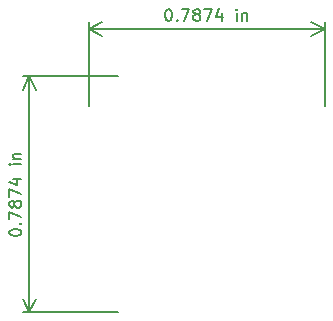
<source format=gbr>
%TF.GenerationSoftware,KiCad,Pcbnew,6.0.10+dfsg-1~bpo11+1*%
%TF.CreationDate,2023-02-10T23:45:53+00:00*%
%TF.ProjectId,kicad-automation-test,6b696361-642d-4617-9574-6f6d6174696f,rev?*%
%TF.SameCoordinates,Original*%
%TF.FileFunction,OtherDrawing,Comment*%
%FSLAX46Y46*%
G04 Gerber Fmt 4.6, Leading zero omitted, Abs format (unit mm)*
G04 Created by KiCad (PCBNEW 6.0.10+dfsg-1~bpo11+1) date 2023-02-10 23:45:53*
%MOMM*%
%LPD*%
G01*
G04 APERTURE LIST*
%ADD10C,0.150000*%
G04 APERTURE END LIST*
D10*
X124302380Y-93261904D02*
X124302380Y-93166666D01*
X124350000Y-93071428D01*
X124397619Y-93023809D01*
X124492857Y-92976190D01*
X124683333Y-92928571D01*
X124921428Y-92928571D01*
X125111904Y-92976190D01*
X125207142Y-93023809D01*
X125254761Y-93071428D01*
X125302380Y-93166666D01*
X125302380Y-93261904D01*
X125254761Y-93357142D01*
X125207142Y-93404761D01*
X125111904Y-93452380D01*
X124921428Y-93500000D01*
X124683333Y-93500000D01*
X124492857Y-93452380D01*
X124397619Y-93404761D01*
X124350000Y-93357142D01*
X124302380Y-93261904D01*
X125207142Y-92500000D02*
X125254761Y-92452380D01*
X125302380Y-92500000D01*
X125254761Y-92547619D01*
X125207142Y-92500000D01*
X125302380Y-92500000D01*
X124302380Y-92119047D02*
X124302380Y-91452380D01*
X125302380Y-91880952D01*
X124730952Y-90928571D02*
X124683333Y-91023809D01*
X124635714Y-91071428D01*
X124540476Y-91119047D01*
X124492857Y-91119047D01*
X124397619Y-91071428D01*
X124350000Y-91023809D01*
X124302380Y-90928571D01*
X124302380Y-90738095D01*
X124350000Y-90642857D01*
X124397619Y-90595238D01*
X124492857Y-90547619D01*
X124540476Y-90547619D01*
X124635714Y-90595238D01*
X124683333Y-90642857D01*
X124730952Y-90738095D01*
X124730952Y-90928571D01*
X124778571Y-91023809D01*
X124826190Y-91071428D01*
X124921428Y-91119047D01*
X125111904Y-91119047D01*
X125207142Y-91071428D01*
X125254761Y-91023809D01*
X125302380Y-90928571D01*
X125302380Y-90738095D01*
X125254761Y-90642857D01*
X125207142Y-90595238D01*
X125111904Y-90547619D01*
X124921428Y-90547619D01*
X124826190Y-90595238D01*
X124778571Y-90642857D01*
X124730952Y-90738095D01*
X124302380Y-90214285D02*
X124302380Y-89547619D01*
X125302380Y-89976190D01*
X124635714Y-88738095D02*
X125302380Y-88738095D01*
X124254761Y-88976190D02*
X124969047Y-89214285D01*
X124969047Y-88595238D01*
X125302380Y-87452380D02*
X124635714Y-87452380D01*
X124302380Y-87452380D02*
X124350000Y-87500000D01*
X124397619Y-87452380D01*
X124350000Y-87404761D01*
X124302380Y-87452380D01*
X124397619Y-87452380D01*
X124635714Y-86976190D02*
X125302380Y-86976190D01*
X124730952Y-86976190D02*
X124683333Y-86928571D01*
X124635714Y-86833333D01*
X124635714Y-86690476D01*
X124683333Y-86595238D01*
X124778571Y-86547619D01*
X125302380Y-86547619D01*
X133500000Y-100000000D02*
X125413580Y-100000000D01*
X133500000Y-80000000D02*
X125413580Y-80000000D01*
X126000000Y-100000000D02*
X126000000Y-80000000D01*
X126000000Y-100000000D02*
X126000000Y-80000000D01*
X126000000Y-100000000D02*
X126586421Y-98873496D01*
X126000000Y-100000000D02*
X125413579Y-98873496D01*
X126000000Y-80000000D02*
X125413579Y-81126504D01*
X126000000Y-80000000D02*
X126586421Y-81126504D01*
X137738095Y-74302380D02*
X137833333Y-74302380D01*
X137928571Y-74350000D01*
X137976190Y-74397619D01*
X138023809Y-74492857D01*
X138071428Y-74683333D01*
X138071428Y-74921428D01*
X138023809Y-75111904D01*
X137976190Y-75207142D01*
X137928571Y-75254761D01*
X137833333Y-75302380D01*
X137738095Y-75302380D01*
X137642857Y-75254761D01*
X137595238Y-75207142D01*
X137547619Y-75111904D01*
X137500000Y-74921428D01*
X137500000Y-74683333D01*
X137547619Y-74492857D01*
X137595238Y-74397619D01*
X137642857Y-74350000D01*
X137738095Y-74302380D01*
X138500000Y-75207142D02*
X138547619Y-75254761D01*
X138500000Y-75302380D01*
X138452380Y-75254761D01*
X138500000Y-75207142D01*
X138500000Y-75302380D01*
X138880952Y-74302380D02*
X139547619Y-74302380D01*
X139119047Y-75302380D01*
X140071428Y-74730952D02*
X139976190Y-74683333D01*
X139928571Y-74635714D01*
X139880952Y-74540476D01*
X139880952Y-74492857D01*
X139928571Y-74397619D01*
X139976190Y-74350000D01*
X140071428Y-74302380D01*
X140261904Y-74302380D01*
X140357142Y-74350000D01*
X140404761Y-74397619D01*
X140452380Y-74492857D01*
X140452380Y-74540476D01*
X140404761Y-74635714D01*
X140357142Y-74683333D01*
X140261904Y-74730952D01*
X140071428Y-74730952D01*
X139976190Y-74778571D01*
X139928571Y-74826190D01*
X139880952Y-74921428D01*
X139880952Y-75111904D01*
X139928571Y-75207142D01*
X139976190Y-75254761D01*
X140071428Y-75302380D01*
X140261904Y-75302380D01*
X140357142Y-75254761D01*
X140404761Y-75207142D01*
X140452380Y-75111904D01*
X140452380Y-74921428D01*
X140404761Y-74826190D01*
X140357142Y-74778571D01*
X140261904Y-74730952D01*
X140785714Y-74302380D02*
X141452380Y-74302380D01*
X141023809Y-75302380D01*
X142261904Y-74635714D02*
X142261904Y-75302380D01*
X142023809Y-74254761D02*
X141785714Y-74969047D01*
X142404761Y-74969047D01*
X143547619Y-75302380D02*
X143547619Y-74635714D01*
X143547619Y-74302380D02*
X143500000Y-74350000D01*
X143547619Y-74397619D01*
X143595238Y-74350000D01*
X143547619Y-74302380D01*
X143547619Y-74397619D01*
X144023809Y-74635714D02*
X144023809Y-75302380D01*
X144023809Y-74730952D02*
X144071428Y-74683333D01*
X144166666Y-74635714D01*
X144309523Y-74635714D01*
X144404761Y-74683333D01*
X144452380Y-74778571D01*
X144452380Y-75302380D01*
X131000000Y-82500000D02*
X131000000Y-75413580D01*
X151000000Y-82500000D02*
X151000000Y-75413580D01*
X131000000Y-76000000D02*
X151000000Y-76000000D01*
X131000000Y-76000000D02*
X151000000Y-76000000D01*
X131000000Y-76000000D02*
X132126504Y-76586421D01*
X131000000Y-76000000D02*
X132126504Y-75413579D01*
X151000000Y-76000000D02*
X149873496Y-75413579D01*
X151000000Y-76000000D02*
X149873496Y-76586421D01*
M02*

</source>
